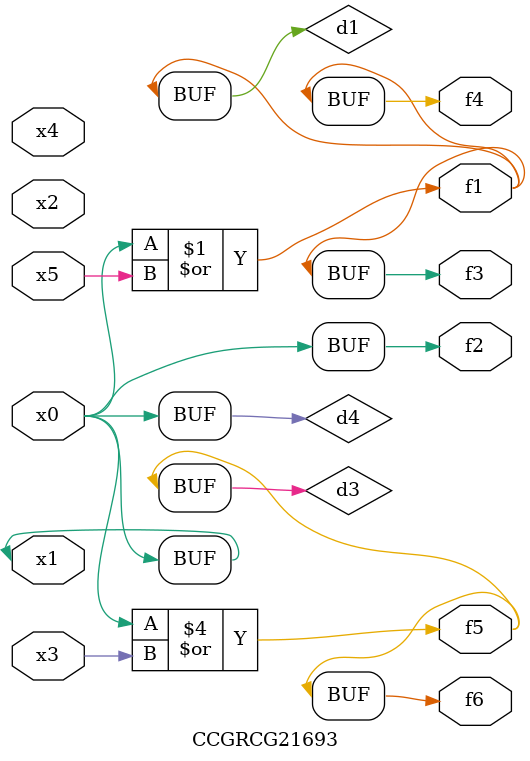
<source format=v>
module CCGRCG21693(
	input x0, x1, x2, x3, x4, x5,
	output f1, f2, f3, f4, f5, f6
);

	wire d1, d2, d3, d4;

	or (d1, x0, x5);
	xnor (d2, x1, x4);
	or (d3, x0, x3);
	buf (d4, x0, x1);
	assign f1 = d1;
	assign f2 = d4;
	assign f3 = d1;
	assign f4 = d1;
	assign f5 = d3;
	assign f6 = d3;
endmodule

</source>
